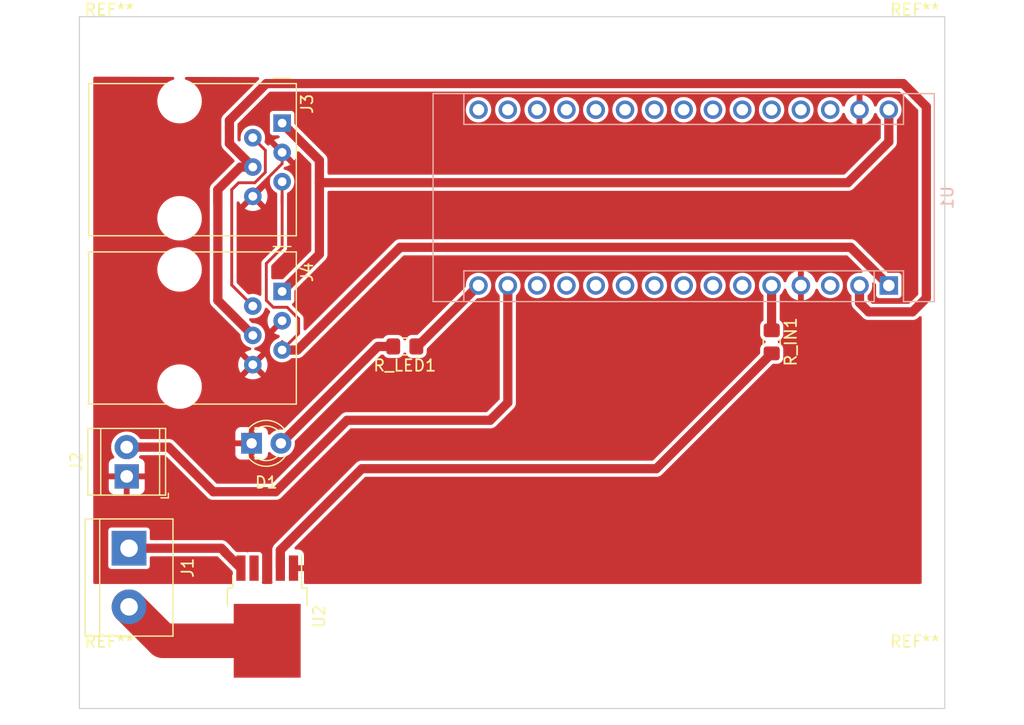
<source format=kicad_pcb>
(kicad_pcb (version 20211014) (generator pcbnew)
  (layers (0 "F.Cu" signal) (31 "B.Cu" signal) (34 "B.Paste" user) (35 "F.Paste" user) (36 "B.SilkS" user "B.Silkscreen") (37 "F.SilkS" user "F.Silkscreen") (38 "B.Mask" user) (39 "F.Mask" user) (44 "Edge.Cuts" user))
  (net 0 "")
  (net 1 "GNDA")
  (net 2 "Net-(D1-Pad2)")
  (net 3 "/LED+")
  (net 4 "VSS")
  (net 5 "/MODE")
  (net 6 "VSSA")
  (net 7 "+3V3")
  (net 8 "/RX")
  (net 9 "/TX")
  (net 10 "Net-(R_IN1-Pad1)")
  (net 11 "Net-(R_IN1-Pad2)")
  (net 12 "Net-(R_LED1-Pad1)")
  (net 13 "+5V")
  (net 16 "unconnected-(U1-Pad7)")
  (footprint "Resistor_SMD:R_0805_2012Metric_Pad1.20x1.40mm_HandSolder" (layer "F.Cu") (at 166.2 104.8 180)
    (fp_text reference "R_LED1" (at 0 -1.65) (layer "F.SilkS"))
    (fp_text value "280")
    (fp_line (start -0.227064 0.735) (end 0.227064 0.735) (layer "F.SilkS") (width 0.12))
    (fp_line (start -0.227064 -0.735) (end 0.227064 -0.735) (layer "F.SilkS") (width 0.12))
    (pad "1" smd roundrect (at -1 0 180) (size 1.2 1.4) (layers "F.Cu" "F.Paste" "F.Mask") (roundrect_rratio 0.208333) (net 12 "Net-(R_LED1-Pad1)"))
    (pad "2" smd roundrect (at 1 0 180) (size 1.2 1.4) (layers "F.Cu" "F.Paste" "F.Mask") (roundrect_rratio 0.208333) (net 2 "Net-(D1-Pad2)"))
  )
  (footprint "Connector_RJ:RJ12_Amphenol_54601" (layer "F.Cu") (at 155.57 85.43 -90)
    (fp_text reference "J3" (at -1.67 -2.16 90) (layer "F.SilkS"))
    (fp_text value "RJ12")
    (fp_line (start 9.77 16.65) (end 9.77 16.77) (layer "F.SilkS") (width 0.1))
    (fp_line (start 9.77 16.77) (end 9.77 9.99) (layer "F.SilkS") (width 0.12))
    (fp_line (start -3.43 -1.23) (end 9.77 -1.23) (layer "F.SilkS") (width 0.12))
    (fp_line (start 9.77 -1.23) (end 9.77 7.79) (layer "F.SilkS") (width 0.12))
    (fp_line (start 9.77 16.76) (end 9.77 16.77) (layer "F.SilkS") (width 0.1))
    (fp_line (start -3.43 16.77) (end -3.43 9.99) (layer "F.SilkS") (width 0.12))
    (fp_line (start -3.9 0.77) (end -3.9 -0.76) (layer "F.SilkS") (width 0.12))
    (fp_line (start 9.77 16.77) (end -3.43 16.77) (layer "F.SilkS") (width 0.12))
    (fp_line (start -3.43 7.79) (end -3.43 -1.23) (layer "F.SilkS") (width 0.12))
    (fp_line (start -3.43 7.72) (end -3.43 7.79) (layer "F.SilkS") (width 0.1))
    (pad "" np_thru_hole circle (at -1.91 8.89 270) (size 3.25 3.25) (drill 3.25) (layers *.Cu *.Mask))
    (pad "" np_thru_hole circle (at 8.25 8.89 270) (size 3.25 3.25) (drill 3.25) (layers *.Cu *.Mask))
    (pad "1" thru_hole rect (at 0 0 270) (size 1.52 1.52) (drill 0.76) (layers *.Cu *.Mask) (net 6 "VSSA"))
    (pad "2" thru_hole circle (at 1.27 2.54 270) (size 1.52 1.52) (drill 0.76) (layers *.Cu *.Mask) (net 7 "+3V3"))
    (pad "3" thru_hole circle (at 2.54 0 270) (size 1.52 1.52) (drill 0.76) (layers *.Cu *.Mask) (net 1 "GNDA"))
    (pad "4" thru_hole circle (at 3.81 2.54 270) (size 1.52 1.52) (drill 0.76) (layers *.Cu *.Mask) (net 8 "/RX"))
    (pad "5" thru_hole circle (at 5.08 0 270) (size 1.52 1.52) (drill 0.76) (layers *.Cu *.Mask) (net 9 "/TX"))
    (pad "6" thru_hole circle (at 6.35 2.54 270) (size 1.52 1.52) (drill 0.76) (layers *.Cu *.Mask) (net 1 "GNDA"))
  )
  (footprint "MountingHole:MountingHole_2.2mm_M2" (layer "F.Cu") (at 210.4 133.6)
    (fp_text reference "REF**" (at 0 -3.2) (layer "F.SilkS"))
    (fp_text value "MountingHole_2.2mm_M2")
    (pad "" np_thru_hole circle (at 0 0) (size 2.2 2.2) (drill 2.2) (layers *.Cu *.Mask))
  )
  (footprint "TerminalBlock:TerminalBlock_bornier-2_P5.08mm" (layer "F.Cu") (at 142.3 122.3 -90)
    (fp_text reference "J1" (at 1.7 -5.08 90) (layer "F.SilkS"))
    (fp_text value "BAT")
    (fp_line (start 7.62 2.54) (end -2.54 2.54) (layer "F.SilkS") (width 0.12))
    (fp_line (start -2.54 -3.81) (end -2.54 3.81) (layer "F.SilkS") (width 0.12))
    (fp_line (start 7.62 3.81) (end 7.62 -3.81) (layer "F.SilkS") (width 0.12))
    (fp_line (start -2.54 3.81) (end 7.62 3.81) (layer "F.SilkS") (width 0.12))
    (fp_line (start 7.62 -3.81) (end -2.54 -3.81) (layer "F.SilkS") (width 0.12))
    (pad "1" thru_hole rect (at 0 0 270) (size 3 3) (drill 1.52) (layers *.Cu *.Mask) (net 3 "/LED+"))
    (pad "2" thru_hole circle (at 5.08 0 270) (size 3 3) (drill 1.52) (layers *.Cu *.Mask) (net 4 "VSS"))
  )
  (footprint "LED_THT:LED_D3.0mm" (layer "F.Cu") (at 152.925 113.2)
    (fp_text reference "D1" (at 1.275 3.4) (layer "F.SilkS"))
    (fp_text value "LED")
    (fp_line (start -0.29 1.08) (end -0.29 1.236) (layer "F.SilkS") (width 0.12))
    (fp_line (start -0.29 -1.236) (end -0.29 -1.08) (layer "F.SilkS") (width 0.12))
    (fp_arc (start 2.942335 1.078608) (mid 1.366487 1.987659) (end -0.29 1.235516) (layer "F.SilkS") (width 0.12))
    (fp_arc (start -0.29 -1.235516) (mid 1.366487 -1.987659) (end 2.942335 -1.078608) (layer "F.SilkS") (width 0.12))
    (fp_arc (start 2.31113 1.079837) (mid 1.270117 1.5) (end 0.229039 1.08) (layer "F.SilkS") (width 0.12))
    (fp_arc (start 0.229039 -1.08) (mid 1.270117 -1.5) (end 2.31113 -1.079837) (layer "F.SilkS") (width 0.12))
    (pad "1" thru_hole rect (at 0 0) (size 1.8 1.8) (drill 0.9) (layers *.Cu *.Mask) (net 1 "GNDA"))
    (pad "2" thru_hole circle (at 2.54 0) (size 1.8 1.8) (drill 0.9) (layers *.Cu *.Mask) (net 2 "Net-(D1-Pad2)"))
  )
  (footprint "Connector_RJ:RJ12_Amphenol_54601" (layer "F.Cu") (at 155.57 100.03 -90)
    (fp_text reference "J4" (at -1.67 -2.16 90) (layer "F.SilkS"))
    (fp_text value "RJ12")
    (fp_line (start 9.77 16.77) (end -3.43 16.77) (layer "F.SilkS") (width 0.12))
    (fp_line (start -3.9 0.77) (end -3.9 -0.76) (layer "F.SilkS") (width 0.12))
    (fp_line (start -3.43 7.72) (end -3.43 7.79) (layer "F.SilkS") (width 0.1))
    (fp_line (start -3.43 7.79) (end -3.43 -1.23) (layer "F.SilkS") (width 0.12))
    (fp_line (start 9.77 16.77) (end 9.77 9.99) (layer "F.SilkS") (width 0.12))
    (fp_line (start 9.77 16.76) (end 9.77 16.77) (layer "F.SilkS") (width 0.1))
    (fp_line (start 9.77 -1.23) (end 9.77 7.79) (layer "F.SilkS") (width 0.12))
    (fp_line (start -3.43 16.77) (end -3.43 9.99) (layer "F.SilkS") (width 0.12))
    (fp_line (start -3.43 -1.23) (end 9.77 -1.23) (layer "F.SilkS") (width 0.12))
    (fp_line (start 9.77 16.65) (end 9.77 16.77) (layer "F.SilkS") (width 0.1))
    (pad "" np_thru_hole circle (at -1.91 8.89 270) (size 3.25 3.25) (drill 3.25) (layers *.Cu *.Mask))
    (pad "" np_thru_hole circle (at 8.25 8.89 270) (size 3.25 3.25) (drill 3.25) (layers *.Cu *.Mask))
    (pad "1" thru_hole rect (at 0 0 270) (size 1.52 1.52) (drill 0.76) (layers *.Cu *.Mask) (net 6 "VSSA"))
    (pad "2" thru_hole circle (at 1.27 2.54 270) (size 1.52 1.52) (drill 0.76) (layers *.Cu *.Mask) (net 7 "+3V3"))
    (pad "3" thru_hole circle (at 2.54 0 270) (size 1.52 1.52) (drill 0.76) (layers *.Cu *.Mask) (net 1 "GNDA"))
    (pad "4" thru_hole circle (at 3.81 2.54 270) (size 1.52 1.52) (drill 0.76) (layers *.Cu *.Mask) (net 8 "/RX"))
    (pad "5" thru_hole circle (at 5.08 0 270) (size 1.52 1.52) (drill 0.76) (layers *.Cu *.Mask) (net 9 "/TX"))
    (pad "6" thru_hole circle (at 6.35 2.54 270) (size 1.52 1.52) (drill 0.76) (layers *.Cu *.Mask) (net 1 "GNDA"))
  )
  (footprint "MountingHole:MountingHole_2.2mm_M2" (layer "F.Cu") (at 140.6 133.6)
    (fp_text reference "REF**" (at 0 -3.2) (layer "F.SilkS"))
    (fp_text value "MountingHole_2.2mm_M2")
    (pad "" np_thru_hole circle (at 0 0) (size 2.2 2.2) (drill 2.2) (layers *.Cu *.Mask))
  )
  (footprint "MountingHole:MountingHole_2.2mm_M2" (layer "F.Cu") (at 140.6 78.8)
    (fp_text reference "REF**" (at 0 -3.2) (layer "F.SilkS"))
    (fp_text value "MountingHole_2.2mm_M2")
    (pad "" np_thru_hole circle (at 0 0) (size 2.2 2.2) (drill 2.2) (layers *.Cu *.Mask))
  )
  (footprint "MountingHole:MountingHole_2.2mm_M2" (layer "F.Cu") (at 210.4 78.8)
    (fp_text reference "REF**" (at 0 -3.2) (layer "F.SilkS"))
    (fp_text value "MountingHole_2.2mm_M2")
    (pad "" np_thru_hole circle (at 0 0) (size 2.2 2.2) (drill 2.2) (layers *.Cu *.Mask))
  )
  (footprint "Resistor_SMD:R_0805_2012Metric_Pad1.20x1.40mm_HandSolder" (layer "F.Cu") (at 198 104.4 -90)
    (fp_text reference "R_IN1" (at 0 -1.65 90) (layer "F.SilkS"))
    (fp_text value "4.7k")
    (fp_line (start -0.227064 0.735) (end 0.227064 0.735) (layer "F.SilkS") (width 0.12))
    (fp_line (start -0.227064 -0.735) (end 0.227064 -0.735) (layer "F.SilkS") (width 0.12))
    (pad "1" smd roundrect (at -1 0 270) (size 1.2 1.4) (layers "F.Cu" "F.Paste" "F.Mask") (roundrect_rratio 0.208333) (net 10 "Net-(R_IN1-Pad1)"))
    (pad "2" smd roundrect (at 1 0 270) (size 1.2 1.4) (layers "F.Cu" "F.Paste" "F.Mask") (roundrect_rratio 0.208333) (net 11 "Net-(R_IN1-Pad2)"))
  )
  (footprint "Package_TO_SOT_SMD:TO-252-4" (layer "F.Cu") (at 154.275 128.225 -90)
    (fp_text reference "U2" (at 0 -4.5 90) (layer "F.SilkS"))
    (fp_text value "BTS")
    (fp_line (start -0.97 -3.45) (end -2.47 -3.45) (layer "F.SilkS") (width 0.12))
    (fp_line (start -2.47 -3.45) (end -2.47 -2.98) (layer "F.SilkS") (width 0.12))
    (fp_line (start -0.97 3.45) (end -2.47 3.45) (layer "F.SilkS") (width 0.12))
    (fp_line (start -2.47 2.98) (end -3.57 2.98) (layer "F.SilkS") (width 0.12))
    (fp_line (start -2.47 3.45) (end -2.47 2.98) (layer "F.SilkS") (width 0.12))
    (fp_line (start -2.47 -2.98) (end -5.3 -2.98) (layer "F.SilkS") (width 0.12))
    (pad "1" smd rect (at -4.2 -2.28 270) (size 2.2 0.8) (layers "F.Cu" "F.Paste" "F.Mask") (net 1 "GNDA"))
    (pad "2" smd rect (at -4.2 -1.14 270) (size 2.2 0.8) (layers "F.Cu" "F.Paste" "F.Mask") (net 11 "Net-(R_IN1-Pad2)"))
    (pad "3" smd rect (at 2.1 0 270) (size 6.4 5.8) (layers "F.Cu" "F.Mask") (net 4 "VSS"))
    (pad "4" smd rect (at -4.2 1.14 270) (size 2.2 0.8) (layers "F.Cu" "F.Paste" "F.Mask"))
    (pad "5" smd rect (at -4.2 2.28 270) (size 2.2 0.8) (layers "F.Cu" "F.Paste" "F.Mask") (net 3 "/LED+"))
  )
  (footprint "TerminalBlock_TE-Connectivity:TerminalBlock_TE_282834-2_1x02_P2.54mm_Horizontal" (layer "F.Cu") (at 142.1 116.07 90)
    (fp_text reference "J2" (at 1.27 -4.37 90) (layer "F.SilkS"))
    (fp_text value "Switch")
    (fp_line (start -1.86 2.97) (end -1.86 3.61) (layer "F.SilkS") (width 0.12))
    (fp_line (start 4.16 -3.37) (end 4.16 3.37) (layer "F.SilkS") (width 0.12))
    (fp_line (start -1.86 3.61) (end -1.46 3.61) (layer "F.SilkS") (width 0.12))
    (fp_line (start -1.62 2.85) (end 4.16 2.85) (layer "F.SilkS") (width 0.12))
    (fp_line (start -1.62 -3.37) (end 4.16 -3.37) (layer "F.SilkS") (width 0.12))
    (fp_line (start -1.62 -2.25) (end 4.16 -2.25) (layer "F.SilkS") (width 0.12))
    (fp_line (start -1.62 3.37) (end 4.16 3.37) (layer "F.SilkS") (width 0.12))
    (fp_line (start -1.62 -3.37) (end -1.62 3.37) (layer "F.SilkS") (width 0.12))
    (pad "1" thru_hole rect (at 0 0 90) (size 2.1 2.1) (drill 1.1) (layers *.Cu *.Mask) (net 1 "GNDA"))
    (pad "2" thru_hole circle (at 2.54 0 90) (size 2.1 2.1) (drill 1.1) (layers *.Cu *.Mask) (net 5 "/MODE"))
  )
  (footprint "Module:Arduino_Nano" (layer "B.Cu") (at 208.15 99.51 90)
    (fp_text reference "U1" (at 7.62 5.08 90) (layer "B.SilkS") (effects (justify mirror)))
    (fp_text value "Arduino_Nano_v3.x")
    (fp_line (start 1.27 1.27) (end -1.4 1.27) (layer "B.SilkS") (width 0.12))
    (fp_line (start 13.97 1.27) (end 16.64 1.27) (layer "B.SilkS") (width 0.12))
    (fp_line (start -1.4 3.94) (end -1.4 1.27) (layer "B.SilkS") (width 0.12))
    (fp_line (start 16.64 3.94) (end -1.4 3.94) (layer "B.SilkS") (width 0.12))
    (fp_line (start 13.97 -36.83) (end 16.64 -36.83) (layer "B.SilkS") (width 0.12))
    (fp_line (start 13.97 1.27) (end 13.97 -36.83) (layer "B.SilkS") (width 0.12))
    (fp_line (start -1.4 -1.27) (end -1.4 -39.5) (layer "B.SilkS") (width 0.12))
    (fp_line (start -1.4 -39.5) (end 16.64 -39.5) (layer "B.SilkS") (width 0.12))
    (fp_line (start 1.27 -1.27) (end 1.27 1.27) (layer "B.SilkS") (width 0.12))
    (fp_line (start 1.27 -36.83) (end -1.4 -36.83) (layer "B.SilkS") (width 0.12))
    (fp_line (start 1.27 -1.27) (end -1.4 -1.27) (layer "B.SilkS") (width 0.12))
    (fp_line (start 16.64 -39.5) (end 16.64 3.94) (layer "B.SilkS") (width 0.12))
    (fp_line (start 1.27 -1.27) (end 1.27 -36.83) (layer "B.SilkS") (width 0.12))
    (pad "1" thru_hole rect (at 0 0 90) (size 1.6 1.6) (drill 1) (layers *.Cu *.Mask) (net 9 "/TX"))
    (pad "2" thru_hole oval (at 0 -2.54 90) (size 1.6 1.6) (drill 1) (layers *.Cu *.Mask) (net 8 "/RX"))
    (pad "3" thru_hole oval (at 0 -5.08 90) (size 1.6 1.6) (drill 1) (layers *.Cu *.Mask))
    (pad "4" thru_hole oval (at 0 -7.62 90) (size 1.6 1.6) (drill 1) (layers *.Cu *.Mask) (net 1 "GNDA"))
    (pad "5" thru_hole oval (at 0 -10.16 90) (size 1.6 1.6) (drill 1) (layers *.Cu *.Mask) (net 10 "Net-(R_IN1-Pad1)"))
    (pad "6" thru_hole oval (at 0 -12.7 90) (size 1.6 1.6) (drill 1) (layers *.Cu *.Mask))
    (pad "7" thru_hole oval (at 0 -15.24 90) (size 1.6 1.6) (drill 1) (layers *.Cu *.Mask))
    (pad "8" thru_hole oval (at 0 -17.78 90) (size 1.6 1.6) (drill 1) (layers *.Cu *.Mask))
    (pad "9" thru_hole oval (at 0 -20.32 90) (size 1.6 1.6) (drill 1) (layers *.Cu *.Mask))
    (pad "10" thru_hole oval (at 0 -22.86 90) (size 1.6 1.6) (drill 1) (layers *.Cu *.Mask))
    (pad "11" thru_hole oval (at 0 -25.4 90) (size 1.6 1.6) (drill 1) (layers *.Cu *.Mask))
    (pad "12" thru_hole oval (at 0 -27.94 90) (size 1.6 1.6) (drill 1) (layers *.Cu *.Mask))
    (pad "13" thru_hole oval (at 0 -30.48 90) (size 1.6 1.6) (drill 1) (layers *.Cu *.Mask))
    (pad "14" thru_hole oval (at 0 -33.02 90) (size 1.6 1.6) (drill 1) (layers *.Cu *.Mask) (net 5 "/MODE"))
    (pad "15" thru_hole oval (at 0 -35.56 90) (size 1.6 1.6) (drill 1) (layers *.Cu *.Mask) (net 12 "Net-(R_LED1-Pad1)"))
    (pad "16" thru_hole oval (at 15.24 -35.56 90) (size 1.6 1.6) (drill 1) (layers *.Cu *.Mask))
    (pad "17" thru_hole oval (at 15.24 -33.02 90) (size 1.6 1.6) (drill 1) (layers *.Cu *.Mask))
    (pad "18" thru_hole oval (at 15.24 -30.48 90) (size 1.6 1.6) (drill 1) (layers *.Cu *.Mask))
    (pad "19" thru_hole oval (at 15.24 -27.94 90) (size 1.6 1.6) (drill 1) (layers *.Cu *.Mask))
    (pad "20" thru_hole oval (at 15.24 -25.4 90) (size 1.6 1.6) (drill 1) (layers *.Cu *.Mask))
    (pad "21" thru_hole oval (at 15.24 -22.86 90) (size 1.6 1.6) (drill 1) (layers *.Cu *.Mask))
    (pad "22" thru_hole oval (at 15.24 -20.32 90) (size 1.6 1.6) (drill 1) (layers *.Cu *.Mask))
    (pad "23" thru_hole oval (at 15.24 -17.78 90) (size 1.6 1.6) (drill 1) (layers *.Cu *.Mask))
    (pad "24" thru_hole oval (at 15.24 -15.24 90) (size 1.6 1.6) (drill 1) (layers *.Cu *.Mask))
    (pad "25" thru_hole oval (at 15.24 -12.7 90) (size 1.6 1.6) (drill 1) (layers *.Cu *.Mask))
    (pad "26" thru_hole oval (at 15.24 -10.16 90) (size 1.6 1.6) (drill 1) (layers *.Cu *.Mask))
    (pad "27" thru_hole oval (at 15.24 -7.62 90) (size 1.6 1.6) (drill 1) (layers *.Cu *.Mask) (net 13 "+5V"))
    (pad "28" thru_hole oval (at 15.24 -5.08 90) (size 1.6 1.6) (drill 1) (layers *.Cu *.Mask))
    (pad "29" thru_hole oval (at 15.24 -2.54 90) (size 1.6 1.6) (drill 1) (layers *.Cu *.Mask) (net 1 "GNDA"))
    (pad "30" thru_hole oval (at 15.24 0 90) (size 1.6 1.6) (drill 1) (layers *.Cu *.Mask) (net 6 "VSSA"))
  )
  (gr_line (start 213 136.2) (end 213 76.2) (layer "Edge.Cuts") (width 0.1))
  (gr_line (start 138 136.2) (end 212 136.2) (layer "Edge.Cuts") (width 0.1))
  (gr_line (start 213 76.2) (end 138 76.2) (layer "Edge.Cuts") (width 0.1))
  (gr_line (start 138 76.2) (end 138 136.2) (layer "Edge.Cuts") (width 0.1))
  (gr_line (start 212 136.2) (end 213 136.2) (layer "Edge.Cuts") (width 0.1))
  (segment (start 153.03 91.78) (end 153.03 91.489724) (width 0.25) (layer "F.Cu") (net 1))
  (segment (start 155.57 88.949724) (end 155.57 87.97) (width 0.25) (layer "F.Cu") (net 1))
  (segment (start 153.03 91.489724) (end 155.57 88.949724) (width 0.25) (layer "F.Cu") (net 1))
  (segment (start 155.465 113.2) (end 163.865 104.8) (width 0.8) (layer "F.Cu") (net 2))
  (segment (start 163.865 104.8) (end 165.2 104.8) (width 0.8) (layer "F.Cu") (net 2))
  (segment (start 150.3 122.3) (end 142.3 122.3) (width 0.8) (layer "F.Cu") (net 3))
  (segment (start 150.6 122.6) (end 150.3 122.3) (width 0.8) (layer "F.Cu") (net 3))
  (segment (start 151.995 124.025) (end 150.6 122.63) (width 0.8) (layer "F.Cu") (net 3))
  (segment (start 150.6 122.63) (end 150.6 122.6) (width 0.8) (layer "F.Cu") (net 3))
  (segment (start 142.3 127.38) (end 145.245 130.325) (width 3) (layer "F.Cu") (net 4))
  (segment (start 145.245 130.325) (end 154.275 130.325) (width 3) (layer "F.Cu") (net 4))
  (segment (start 175.13 99.51) (end 175.13 109.67) (width 0.8) (layer "F.Cu") (net 5))
  (segment (start 175.13 109.67) (end 173.6 111.2) (width 0.8) (layer "F.Cu") (net 5))
  (segment (start 145.73 113.53) (end 142.1 113.53) (width 0.8) (layer "F.Cu") (net 5))
  (segment (start 161.2 111.2) (end 155 117.4) (width 0.8) (layer "F.Cu") (net 5))
  (segment (start 155 117.4) (end 149.6 117.4) (width 0.8) (layer "F.Cu") (net 5))
  (segment (start 149.6 117.4) (end 145.73 113.53) (width 0.8) (layer "F.Cu") (net 5))
  (segment (start 173.6 111.2) (end 161.2 111.2) (width 0.8) (layer "F.Cu") (net 5))
  (segment (start 158.8 90.6) (end 158.8 96.8) (width 0.8) (layer "F.Cu") (net 6))
  (segment (start 208.15 87.05) (end 208.15 84.27) (width 0.8) (layer "F.Cu") (net 6))
  (segment (start 158.8 96.8) (end 155.57 100.03) (width 0.8) (layer "F.Cu") (net 6))
  (segment (start 158.8 90.6) (end 204.6 90.6) (width 0.8) (layer "F.Cu") (net 6))
  (segment (start 155.57 85.43) (end 158.8 88.66) (width 0.8) (layer "F.Cu") (net 6))
  (segment (start 158.8 88.66) (end 158.8 90.6) (width 0.8) (layer "F.Cu") (net 6))
  (segment (start 204.6 90.6) (end 208.15 87.05) (width 0.8) (layer "F.Cu") (net 6))
  (segment (start 151.2 99.47) (end 153.03 101.3) (width 0.25) (layer "F.Cu") (net 7))
  (segment (start 153.203731 90.6) (end 151.8 90.6) (width 0.25) (layer "F.Cu") (net 7))
  (segment (start 154.114511 89.68922) (end 153.203731 90.6) (width 0.25) (layer "F.Cu") (net 7))
  (segment (start 151.8 90.6) (end 151.2 91.2) (width 0.25) (layer "F.Cu") (net 7))
  (segment (start 154.114511 87.784511) (end 154.114511 89.68922) (width 0.25) (layer "F.Cu") (net 7))
  (segment (start 151.2 91.2) (end 151.2 99.47) (width 0.25) (layer "F.Cu") (net 7))
  (segment (start 153.03 86.7) (end 154.114511 87.784511) (width 0.25) (layer "F.Cu") (net 7))
  (segment (start 150 91.195198) (end 150 92.4) (width 0.8) (layer "F.Cu") (net 8))
  (segment (start 151 87.21) (end 151 85.2) (width 0.8) (layer "F.Cu") (net 8))
  (segment (start 153.03 103.84) (end 153.03 104.103731) (width 0.25) (layer "F.Cu") (net 8))
  (segment (start 209.4 82) (end 211.4 84) (width 0.8) (layer "F.Cu") (net 8))
  (segment (start 151 85.2) (end 154.2 82) (width 0.8) (layer "F.Cu") (net 8))
  (segment (start 153.03 103.84) (end 150 100.81) (width 0.8) (layer "F.Cu") (net 8))
  (segment (start 151.955198 89.24) (end 150 91.195198) (width 0.8) (layer "F.Cu") (net 8))
  (segment (start 153.03 89.24) (end 151.955198 89.24) (width 0.8) (layer "F.Cu") (net 8))
  (segment (start 211.4 84) (end 211.4 100.6) (width 0.8) (layer "F.Cu") (net 8))
  (segment (start 206.4 101.8) (end 205.61 101.01) (width 0.8) (layer "F.Cu") (net 8))
  (segment (start 154.2 82) (end 209.4 82) (width 0.8) (layer "F.Cu") (net 8))
  (segment (start 205.61 101.01) (end 205.61 99.51) (width 0.8) (layer "F.Cu") (net 8))
  (segment (start 150 100.81) (end 150 91.195198) (width 0.8) (layer "F.Cu") (net 8))
  (segment (start 210.2 101.8) (end 206.4 101.8) (width 0.8) (layer "F.Cu") (net 8))
  (segment (start 153.03 89.24) (end 151 87.21) (width 0.8) (layer "F.Cu") (net 8))
  (segment (start 211.4 100.6) (end 210.2 101.8) (width 0.8) (layer "F.Cu") (net 8))
  (segment (start 156 101.4) (end 154.8 101.4) (width 0.25) (layer "F.Cu") (net 9))
  (segment (start 204.84 96.2) (end 208.15 99.51) (width 0.8) (layer "F.Cu") (net 9))
  (segment (start 155.57 90.51) (end 155.57 91.77) (width 0.25) (layer "F.Cu") (net 9))
  (segment (start 155.57 91.77) (end 155.57 92.43) (width 0.25) (layer "F.Cu") (net 9))
  (segment (start 155.57 105.11) (end 157 103.68) (width 0.25) (layer "F.Cu") (net 9))
  (segment (start 155.57 96.23) (end 155.57 91.77) (width 0.25) (layer "F.Cu") (net 9))
  (segment (start 156.89 105.11) (end 165.8 96.2) (width 0.8) (layer "F.Cu") (net 9))
  (segment (start 165.8 96.2) (end 204.84 96.2) (width 0.8) (layer "F.Cu") (net 9))
  (segment (start 154.2 100.8) (end 154.2 97.6) (width 0.25) (layer "F.Cu") (net 9))
  (segment (start 157 103.68) (end 157 102.4) (width 0.25) (layer "F.Cu") (net 9))
  (segment (start 154.2 97.6) (end 155.57 96.23) (width 0.25) (layer "F.Cu") (net 9))
  (segment (start 157 102.4) (end 156 101.4) (width 0.25) (layer "F.Cu") (net 9))
  (segment (start 155.57 105.11) (end 156.89 105.11) (width 0.8) (layer "F.Cu") (net 9))
  (segment (start 154.8 101.4) (end 154.2 100.8) (width 0.25) (layer "F.Cu") (net 9))
  (segment (start 155.57 104.37) (end 155.57 105.11) (width 0.25) (layer "F.Cu") (net 9))
  (segment (start 198 99.52) (end 197.99 99.51) (width 0.8) (layer "F.Cu") (net 10))
  (segment (start 197.99 103.39) (end 198 103.4) (width 0.8) (layer "F.Cu") (net 10))
  (segment (start 197.99 99.51) (end 197.99 103.39) (width 0.8) (layer "F.Cu") (net 10))
  (segment (start 198 105.4) (end 188 115.4) (width 0.8) (layer "F.Cu") (net 11))
  (segment (start 188 115.4) (end 162.480978 115.4) (width 0.8) (layer "F.Cu") (net 11))
  (segment (start 155.415 122.465978) (end 155.415 124.025) (width 0.8) (layer "F.Cu") (net 11))
  (segment (start 162.480978 115.4) (end 155.415 122.465978) (width 0.8) (layer "F.Cu") (net 11))
  (segment (start 167.3 104.8) (end 172.59 99.51) (width 0.8) (layer "F.Cu") (net 12))
  (segment (start 167.2 104.8) (end 167.3 104.8) (width 0.8) (layer "F.Cu") (net 12))
  (segment (start 193 99.6) (end 192.91 99.51) (width 0.8) (layer "F.Cu") (net 16))
  (zone (net 1) (net_name "GNDA") (layer "F.Cu") (connect_pads (clearance 0.3)) (min_thickness 0.254) (fill yes (thermal_gap 0.508) (thermal_bridge_width 0.508))
    (polygon (pts (xy 211 81.6) (xy 211 125.4) (xy 139.2 125.4) (xy 139.2 81.4)))
  )
)
</source>
